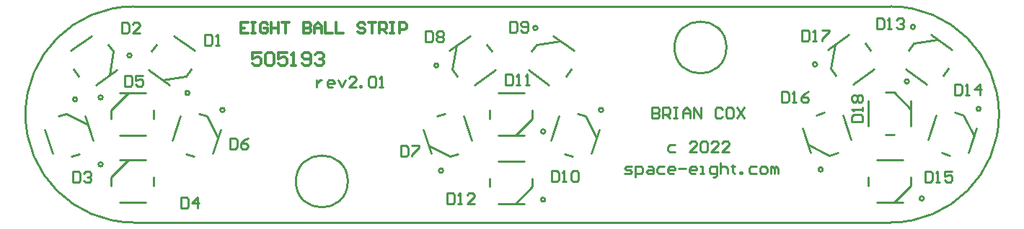
<source format=gto>
%FSLAX25Y25*%
%MOIN*%
G70*
G01*
G75*
G04 Layer_Color=65535*
%ADD10P,0.08352X4X369.0*%
%ADD11P,0.08352X4X81.0*%
%ADD12P,0.08352X4X153.0*%
%ADD13R,0.05906X0.05906*%
%ADD14P,0.08352X4X117.0*%
%ADD15R,0.05906X0.05906*%
%ADD16C,0.05000*%
%ADD17C,0.02500*%
%ADD18C,0.16500*%
%ADD19C,0.04000*%
%ADD20R,0.05000X0.08000*%
%ADD21R,0.12205X0.17716*%
%ADD22C,0.01000*%
%ADD23C,0.01200*%
D22*
X1283000Y825000D02*
G03*
X1283000Y925000I0J50000D01*
G01*
X933000D02*
G03*
X933000Y825000I0J-50000D01*
G01*
X1207000Y906000D02*
G03*
X1207000Y906000I-12000J0D01*
G01*
X1032000Y844000D02*
G03*
X1032000Y844000I-12000J0D01*
G01*
X958800Y884952D02*
G03*
X958800Y884952I-984J0D01*
G01*
X932057Y902308D02*
G03*
X932057Y902308I-984J0D01*
G01*
X906911Y881974D02*
G03*
X906911Y881974I-984J0D01*
G01*
X918721Y851874D02*
G03*
X918721Y851874I-984J0D01*
G01*
Y882874D02*
G03*
X918721Y882874I-984J0D01*
G01*
X975035Y877108D02*
G03*
X975035Y877108I-984J0D01*
G01*
X1076058Y849026D02*
G03*
X1076058Y849026I-984J0D01*
G01*
X1073912Y897692D02*
G03*
X1073912Y897692I-984J0D01*
G01*
X1119668Y915048D02*
G03*
X1119668Y915048I-984J0D01*
G01*
X1150035Y877108D02*
G03*
X1150035Y877108I-984J0D01*
G01*
X1123248Y867126D02*
G03*
X1123248Y867126I-984J0D01*
G01*
Y835626D02*
G03*
X1123248Y835626I-984J0D01*
G01*
X1294168Y915548D02*
G03*
X1294168Y915548I-984J0D01*
G01*
X1324535Y877608D02*
G03*
X1324535Y877608I-984J0D01*
G01*
X1298248Y836126D02*
G03*
X1298248Y836126I-984J0D01*
G01*
X1251558Y849526D02*
G03*
X1251558Y849526I-984J0D01*
G01*
X1248912Y898192D02*
G03*
X1248912Y898192I-984J0D01*
G01*
X1291358Y890264D02*
G03*
X1291358Y890264I-984J0D01*
G01*
X933000Y825000D02*
X1283000D01*
X933000Y925000D02*
X1283000D01*
X946307Y890880D02*
X957306Y892622D01*
X951508Y911434D02*
X961063Y904492D01*
X939937Y895508D02*
X949492Y888566D01*
X941380Y904193D02*
X943694Y907378D01*
X957306Y892622D02*
X959620Y895807D01*
X921878Y893194D02*
X923620Y904193D01*
X903937Y904492D02*
X913492Y911434D01*
X915508Y888566D02*
X925063Y895508D01*
X905380Y895807D02*
X907694Y892622D01*
X921306Y907378D02*
X923620Y904193D01*
X901831Y875469D02*
X911753Y870414D01*
X891814Y868075D02*
X895464Y856842D01*
X910536Y874158D02*
X914186Y862925D01*
X904169Y855531D02*
X907914Y856748D01*
X898086Y874253D02*
X901831Y875469D01*
X922657Y845969D02*
X930532Y853843D01*
X926595Y834157D02*
X938406D01*
X926595Y853843D02*
X938406D01*
X942342Y842031D02*
Y845969D01*
X922657Y842031D02*
Y845969D01*
Y876968D02*
X930532Y884842D01*
X926595Y865158D02*
X938406D01*
X926595Y884842D02*
X938406D01*
X942342Y873032D02*
Y876968D01*
X922657Y873032D02*
Y876968D01*
X966914Y874253D02*
X971969Y864331D01*
X950814Y862925D02*
X954464Y874158D01*
X969536Y856842D02*
X973186Y868075D01*
X957086Y856748D02*
X960831Y855531D01*
X963169Y875469D02*
X966914Y874253D01*
X1069248Y860586D02*
X1079169Y855531D01*
X1085536Y874158D02*
X1089186Y862925D01*
X1066814Y868075D02*
X1070464Y856842D01*
X1073086Y874253D02*
X1076831Y875469D01*
X1079169Y855531D02*
X1082914Y856748D01*
X1080380Y895807D02*
X1082122Y906806D01*
X1090508Y888566D02*
X1100063Y895508D01*
X1078937Y904492D02*
X1088492Y911434D01*
X1096306Y907378D02*
X1098620Y904193D01*
X1080380Y895807D02*
X1082694Y892622D01*
X1119194Y907378D02*
X1130193Y909120D01*
X1115437Y895508D02*
X1124992Y888566D01*
X1127008Y911434D02*
X1136563Y904492D01*
X1132806Y892622D02*
X1135120Y895807D01*
X1116880Y904193D02*
X1119194Y907378D01*
X1141914Y874253D02*
X1146969Y864331D01*
X1125814Y862925D02*
X1129464Y874158D01*
X1144536Y856842D02*
X1148186Y868075D01*
X1132086Y856748D02*
X1135831Y855531D01*
X1138169Y875469D02*
X1141914Y874253D01*
X1109468Y865158D02*
X1117342Y873032D01*
X1101595Y884842D02*
X1113406D01*
X1101595Y865158D02*
X1113406D01*
X1097657Y873032D02*
Y876968D01*
X1117342Y873032D02*
Y876968D01*
X1109468Y833657D02*
X1117342Y841531D01*
X1101595Y853343D02*
X1113406D01*
X1101595Y833657D02*
X1113406D01*
X1097657Y841531D02*
Y845469D01*
X1117342Y841531D02*
Y845469D01*
X1293694Y907878D02*
X1304693Y909620D01*
X1289937Y896008D02*
X1299492Y889066D01*
X1301508Y911934D02*
X1311063Y904992D01*
X1307306Y893122D02*
X1309620Y896307D01*
X1291380Y904693D02*
X1293694Y907878D01*
X1316414Y874753D02*
X1321469Y864831D01*
X1300314Y863425D02*
X1303964Y874658D01*
X1319036Y857342D02*
X1322686Y868575D01*
X1306586Y857248D02*
X1310331Y856031D01*
X1312669Y875969D02*
X1316414Y874753D01*
X1284468Y834157D02*
X1292342Y842031D01*
X1276595Y853843D02*
X1288406D01*
X1276595Y834157D02*
X1288406D01*
X1272657Y842031D02*
Y845969D01*
X1292342Y842031D02*
Y845969D01*
X1244748Y861086D02*
X1254669Y856031D01*
X1261036Y874658D02*
X1264686Y863425D01*
X1242314Y868575D02*
X1245964Y857342D01*
X1248586Y874753D02*
X1252331Y875969D01*
X1254669Y856031D02*
X1258414Y857248D01*
X1255380Y896307D02*
X1257122Y907306D01*
X1265508Y889066D02*
X1275063Y896008D01*
X1253937Y904992D02*
X1263492Y911934D01*
X1271306Y907878D02*
X1273620Y904693D01*
X1255380Y896307D02*
X1257694Y893122D01*
X1284468Y885343D02*
X1292342Y877468D01*
X1272657Y869594D02*
Y881406D01*
X1292342Y869594D02*
Y881406D01*
X1280532Y865658D02*
X1284468D01*
X1280532Y885343D02*
X1284468D01*
X1265002Y871500D02*
X1270000D01*
Y873999D01*
X1269167Y874832D01*
X1265835D01*
X1265002Y873999D01*
Y871500D01*
X1270000Y876498D02*
Y878164D01*
Y877331D01*
X1265002D01*
X1265835Y876498D01*
Y880664D02*
X1265002Y881497D01*
Y883163D01*
X1265835Y883996D01*
X1266668D01*
X1267501Y883163D01*
X1268334Y883996D01*
X1269167D01*
X1270000Y883163D01*
Y881497D01*
X1269167Y880664D01*
X1268334D01*
X1267501Y881497D01*
X1266668Y880664D01*
X1265835D01*
X1267501Y881497D02*
Y883163D01*
X1242000Y913998D02*
Y909000D01*
X1244499D01*
X1245332Y909833D01*
Y913165D01*
X1244499Y913998D01*
X1242000D01*
X1246998Y909000D02*
X1248664D01*
X1247831D01*
Y913998D01*
X1246998Y913165D01*
X1251164Y913998D02*
X1254496D01*
Y913165D01*
X1251164Y909833D01*
Y909000D01*
X1232500Y885498D02*
Y880500D01*
X1234999D01*
X1235832Y881333D01*
Y884665D01*
X1234999Y885498D01*
X1232500D01*
X1237498Y880500D02*
X1239165D01*
X1238331D01*
Y885498D01*
X1237498Y884665D01*
X1244996Y885498D02*
X1243330Y884665D01*
X1241664Y882999D01*
Y881333D01*
X1242497Y880500D01*
X1244163D01*
X1244996Y881333D01*
Y882166D01*
X1244163Y882999D01*
X1241664D01*
X1298744Y848707D02*
Y843709D01*
X1301244D01*
X1302077Y844542D01*
Y847874D01*
X1301244Y848707D01*
X1298744D01*
X1303743Y843709D02*
X1305409D01*
X1304576D01*
Y848707D01*
X1303743Y847874D01*
X1311240Y848707D02*
X1307908D01*
Y846208D01*
X1309574Y847041D01*
X1310407D01*
X1311240Y846208D01*
Y844542D01*
X1310407Y843709D01*
X1308741D01*
X1307908Y844542D01*
X1312500Y888998D02*
Y884000D01*
X1314999D01*
X1315832Y884833D01*
Y888165D01*
X1314999Y888998D01*
X1312500D01*
X1317498Y884000D02*
X1319164D01*
X1318331D01*
Y888998D01*
X1317498Y888165D01*
X1324163Y884000D02*
Y888998D01*
X1321664Y886499D01*
X1324996D01*
X1276500Y919498D02*
Y914500D01*
X1278999D01*
X1279832Y915333D01*
Y918665D01*
X1278999Y919498D01*
X1276500D01*
X1281498Y914500D02*
X1283165D01*
X1282331D01*
Y919498D01*
X1281498Y918665D01*
X1285664D02*
X1286497Y919498D01*
X1288163D01*
X1288996Y918665D01*
Y917832D01*
X1288163Y916999D01*
X1287330D01*
X1288163D01*
X1288996Y916166D01*
Y915333D01*
X1288163Y914500D01*
X1286497D01*
X1285664Y915333D01*
X1078000Y838498D02*
Y833500D01*
X1080499D01*
X1081332Y834333D01*
Y837665D01*
X1080499Y838498D01*
X1078000D01*
X1082998Y833500D02*
X1084665D01*
X1083831D01*
Y838498D01*
X1082998Y837665D01*
X1090496Y833500D02*
X1087164D01*
X1090496Y836832D01*
Y837665D01*
X1089663Y838498D01*
X1087997D01*
X1087164Y837665D01*
X1105000Y893498D02*
Y888500D01*
X1107499D01*
X1108332Y889333D01*
Y892665D01*
X1107499Y893498D01*
X1105000D01*
X1109998Y888500D02*
X1111664D01*
X1110831D01*
Y893498D01*
X1109998Y892665D01*
X1114164Y888500D02*
X1115830D01*
X1114997D01*
Y893498D01*
X1114164Y892665D01*
X1126064Y848857D02*
Y843858D01*
X1128563D01*
X1129397Y844691D01*
Y848024D01*
X1128563Y848857D01*
X1126064D01*
X1131063Y843858D02*
X1132729D01*
X1131896D01*
Y848857D01*
X1131063Y848024D01*
X1135228D02*
X1136061Y848857D01*
X1137727D01*
X1138560Y848024D01*
Y844691D01*
X1137727Y843858D01*
X1136061D01*
X1135228Y844691D01*
Y848024D01*
X1107000Y917998D02*
Y913000D01*
X1109499D01*
X1110332Y913833D01*
Y917165D01*
X1109499Y917998D01*
X1107000D01*
X1111998Y913833D02*
X1112831Y913000D01*
X1114498D01*
X1115331Y913833D01*
Y917165D01*
X1114498Y917998D01*
X1112831D01*
X1111998Y917165D01*
Y916332D01*
X1112831Y915499D01*
X1115331D01*
X1068000Y913498D02*
Y908500D01*
X1070499D01*
X1071332Y909333D01*
Y912665D01*
X1070499Y913498D01*
X1068000D01*
X1072998Y912665D02*
X1073831Y913498D01*
X1075498D01*
X1076331Y912665D01*
Y911832D01*
X1075498Y910999D01*
X1076331Y910166D01*
Y909333D01*
X1075498Y908500D01*
X1073831D01*
X1072998Y909333D01*
Y910166D01*
X1073831Y910999D01*
X1072998Y911832D01*
Y912665D01*
X1073831Y910999D02*
X1075498D01*
X1056500Y860498D02*
Y855500D01*
X1058999D01*
X1059832Y856333D01*
Y859665D01*
X1058999Y860498D01*
X1056500D01*
X1061498D02*
X1064831D01*
Y859665D01*
X1061498Y856333D01*
Y855500D01*
X977500Y863998D02*
Y859000D01*
X979999D01*
X980832Y859833D01*
Y863165D01*
X979999Y863998D01*
X977500D01*
X985831D02*
X984165Y863165D01*
X982498Y861499D01*
Y859833D01*
X983331Y859000D01*
X984998D01*
X985831Y859833D01*
Y860666D01*
X984998Y861499D01*
X982498D01*
X929000Y892998D02*
Y888000D01*
X931499D01*
X932332Y888833D01*
Y892165D01*
X931499Y892998D01*
X929000D01*
X937331D02*
X933998D01*
Y890499D01*
X935664Y891332D01*
X936498D01*
X937331Y890499D01*
Y888833D01*
X936498Y888000D01*
X934831D01*
X933998Y888833D01*
X955000Y836498D02*
Y831500D01*
X957499D01*
X958332Y832333D01*
Y835665D01*
X957499Y836498D01*
X955000D01*
X962498Y831500D02*
Y836498D01*
X959998Y833999D01*
X963331D01*
X905000Y848498D02*
Y843500D01*
X907499D01*
X908332Y844333D01*
Y847665D01*
X907499Y848498D01*
X905000D01*
X909998Y847665D02*
X910831Y848498D01*
X912498D01*
X913331Y847665D01*
Y846832D01*
X912498Y845999D01*
X911664D01*
X912498D01*
X913331Y845166D01*
Y844333D01*
X912498Y843500D01*
X910831D01*
X909998Y844333D01*
X927500Y917498D02*
Y912500D01*
X929999D01*
X930832Y913333D01*
Y916665D01*
X929999Y917498D01*
X927500D01*
X935831Y912500D02*
X932498D01*
X935831Y915832D01*
Y916665D01*
X934998Y917498D01*
X933331D01*
X932498Y916665D01*
X966000Y911998D02*
Y907000D01*
X968499D01*
X969332Y907833D01*
Y911165D01*
X968499Y911998D01*
X966000D01*
X970998Y907000D02*
X972665D01*
X971831D01*
Y911998D01*
X970998Y911165D01*
X1160000Y847500D02*
X1162499D01*
X1163332Y848333D01*
X1162499Y849166D01*
X1160833D01*
X1160000Y849999D01*
X1160833Y850832D01*
X1163332D01*
X1164998Y845834D02*
Y850832D01*
X1167498D01*
X1168331Y849999D01*
Y848333D01*
X1167498Y847500D01*
X1164998D01*
X1170830Y850832D02*
X1172496D01*
X1173329Y849999D01*
Y847500D01*
X1170830D01*
X1169997Y848333D01*
X1170830Y849166D01*
X1173329D01*
X1178327Y850832D02*
X1175828D01*
X1174995Y849999D01*
Y848333D01*
X1175828Y847500D01*
X1178327D01*
X1182493D02*
X1180827D01*
X1179994Y848333D01*
Y849999D01*
X1180827Y850832D01*
X1182493D01*
X1183326Y849999D01*
Y849166D01*
X1179994D01*
X1184992Y849999D02*
X1188324D01*
X1192490Y847500D02*
X1190823D01*
X1189990Y848333D01*
Y849999D01*
X1190823Y850832D01*
X1192490D01*
X1193322Y849999D01*
Y849166D01*
X1189990D01*
X1194989Y847500D02*
X1196655D01*
X1195822D01*
Y850832D01*
X1194989D01*
X1200820Y845834D02*
X1201653D01*
X1202486Y846667D01*
Y850832D01*
X1199987D01*
X1199154Y849999D01*
Y848333D01*
X1199987Y847500D01*
X1202486D01*
X1204152Y852498D02*
Y847500D01*
Y849999D01*
X1204985Y850832D01*
X1206651D01*
X1207485Y849999D01*
Y847500D01*
X1209984Y851665D02*
Y850832D01*
X1209151D01*
X1210817D01*
X1209984D01*
Y848333D01*
X1210817Y847500D01*
X1213316D02*
Y848333D01*
X1214149D01*
Y847500D01*
X1213316D01*
X1220814Y850832D02*
X1218314D01*
X1217481Y849999D01*
Y848333D01*
X1218314Y847500D01*
X1220814D01*
X1223313D02*
X1224979D01*
X1225812Y848333D01*
Y849999D01*
X1224979Y850832D01*
X1223313D01*
X1222480Y849999D01*
Y848333D01*
X1223313Y847500D01*
X1227478D02*
Y850832D01*
X1228311D01*
X1229144Y849999D01*
Y847500D01*
Y849999D01*
X1229977Y850832D01*
X1230810Y849999D01*
Y847500D01*
X1017500Y890832D02*
Y887500D01*
Y889166D01*
X1018333Y889999D01*
X1019166Y890832D01*
X1019999D01*
X1024998Y887500D02*
X1023331D01*
X1022498Y888333D01*
Y889999D01*
X1023331Y890832D01*
X1024998D01*
X1025831Y889999D01*
Y889166D01*
X1022498D01*
X1027497Y890832D02*
X1029163Y887500D01*
X1030829Y890832D01*
X1035827Y887500D02*
X1032495D01*
X1035827Y890832D01*
Y891665D01*
X1034994Y892498D01*
X1033328D01*
X1032495Y891665D01*
X1037494Y887500D02*
Y888333D01*
X1038327D01*
Y887500D01*
X1037494D01*
X1041659Y891665D02*
X1042492Y892498D01*
X1044158D01*
X1044991Y891665D01*
Y888333D01*
X1044158Y887500D01*
X1042492D01*
X1041659Y888333D01*
Y891665D01*
X1046657Y887500D02*
X1048323D01*
X1047490D01*
Y892498D01*
X1046657Y891665D01*
X1172721Y878304D02*
Y873306D01*
X1175220D01*
X1176053Y874139D01*
Y874972D01*
X1175220Y875805D01*
X1172721D01*
X1175220D01*
X1176053Y876638D01*
Y877471D01*
X1175220Y878304D01*
X1172721D01*
X1177719Y873306D02*
Y878304D01*
X1180218D01*
X1181051Y877471D01*
Y875805D01*
X1180218Y874972D01*
X1177719D01*
X1179385D02*
X1181051Y873306D01*
X1182717Y878304D02*
X1184383D01*
X1183550D01*
Y873306D01*
X1182717D01*
X1184383D01*
X1186883D02*
Y876638D01*
X1188549Y878304D01*
X1190215Y876638D01*
Y873306D01*
Y875805D01*
X1186883D01*
X1191881Y873306D02*
Y878304D01*
X1195213Y873306D01*
Y878304D01*
X1205210Y877471D02*
X1204377Y878304D01*
X1202711D01*
X1201878Y877471D01*
Y874139D01*
X1202711Y873306D01*
X1204377D01*
X1205210Y874139D01*
X1209375Y878304D02*
X1207709D01*
X1206876Y877471D01*
Y874139D01*
X1207709Y873306D01*
X1209375D01*
X1210209Y874139D01*
Y877471D01*
X1209375Y878304D01*
X1211875D02*
X1215207Y873306D01*
Y878304D02*
X1211875Y873306D01*
X1183332Y860832D02*
X1180833D01*
X1180000Y859999D01*
Y858333D01*
X1180833Y857500D01*
X1183332D01*
X1193329D02*
X1189997D01*
X1193329Y860832D01*
Y861665D01*
X1192496Y862498D01*
X1190830D01*
X1189997Y861665D01*
X1194995D02*
X1195828Y862498D01*
X1197494D01*
X1198327Y861665D01*
Y858333D01*
X1197494Y857500D01*
X1195828D01*
X1194995Y858333D01*
Y861665D01*
X1203326Y857500D02*
X1199994D01*
X1203326Y860832D01*
Y861665D01*
X1202493Y862498D01*
X1200827D01*
X1199994Y861665D01*
X1208324Y857500D02*
X1204992D01*
X1208324Y860832D01*
Y861665D01*
X1207491Y862498D01*
X1205825D01*
X1204992Y861665D01*
D23*
X985832Y917498D02*
X982500D01*
Y912500D01*
X985832D01*
X982500Y914999D02*
X984166D01*
X987498Y917498D02*
X989165D01*
X988331D01*
Y912500D01*
X987498D01*
X989165D01*
X994996Y916665D02*
X994163Y917498D01*
X992497D01*
X991664Y916665D01*
Y913333D01*
X992497Y912500D01*
X994163D01*
X994996Y913333D01*
Y914999D01*
X993330D01*
X996662Y917498D02*
Y912500D01*
Y914999D01*
X999994D01*
Y917498D01*
Y912500D01*
X1001661Y917498D02*
X1004993D01*
X1003327D01*
Y912500D01*
X1011657Y917498D02*
Y912500D01*
X1014156D01*
X1014989Y913333D01*
Y914166D01*
X1014156Y914999D01*
X1011657D01*
X1014156D01*
X1014989Y915832D01*
Y916665D01*
X1014156Y917498D01*
X1011657D01*
X1016656Y912500D02*
Y915832D01*
X1018322Y917498D01*
X1019988Y915832D01*
Y912500D01*
Y914999D01*
X1016656D01*
X1021654Y917498D02*
Y912500D01*
X1024986D01*
X1026652Y917498D02*
Y912500D01*
X1029985D01*
X1039981Y916665D02*
X1039148Y917498D01*
X1037482D01*
X1036649Y916665D01*
Y915832D01*
X1037482Y914999D01*
X1039148D01*
X1039981Y914166D01*
Y913333D01*
X1039148Y912500D01*
X1037482D01*
X1036649Y913333D01*
X1041648Y917498D02*
X1044980D01*
X1043314D01*
Y912500D01*
X1046646D02*
Y917498D01*
X1049145D01*
X1049978Y916665D01*
Y914999D01*
X1049145Y914166D01*
X1046646D01*
X1048312D02*
X1049978Y912500D01*
X1051644Y917498D02*
X1053310D01*
X1052477D01*
Y912500D01*
X1051644D01*
X1053310D01*
X1055810D02*
Y917498D01*
X1058309D01*
X1059142Y916665D01*
Y914999D01*
X1058309Y914166D01*
X1055810D01*
X991747Y903498D02*
X987748D01*
Y900499D01*
X989747Y901499D01*
X990747D01*
X991747Y900499D01*
Y898500D01*
X990747Y897500D01*
X988748D01*
X987748Y898500D01*
X993746Y902498D02*
X994746Y903498D01*
X996745D01*
X997745Y902498D01*
Y898500D01*
X996745Y897500D01*
X994746D01*
X993746Y898500D01*
Y902498D01*
X1003743Y903498D02*
X999744D01*
Y900499D01*
X1001744Y901499D01*
X1002743D01*
X1003743Y900499D01*
Y898500D01*
X1002743Y897500D01*
X1000744D01*
X999744Y898500D01*
X1005742Y897500D02*
X1007742D01*
X1006742D01*
Y903498D01*
X1005742Y902498D01*
X1010741Y898500D02*
X1011740Y897500D01*
X1013740D01*
X1014739Y898500D01*
Y902498D01*
X1013740Y903498D01*
X1011740D01*
X1010741Y902498D01*
Y901499D01*
X1011740Y900499D01*
X1014739D01*
X1016739Y902498D02*
X1017738Y903498D01*
X1019738D01*
X1020737Y902498D01*
Y901499D01*
X1019738Y900499D01*
X1018738D01*
X1019738D01*
X1020737Y899499D01*
Y898500D01*
X1019738Y897500D01*
X1017738D01*
X1016739Y898500D01*
M02*

</source>
